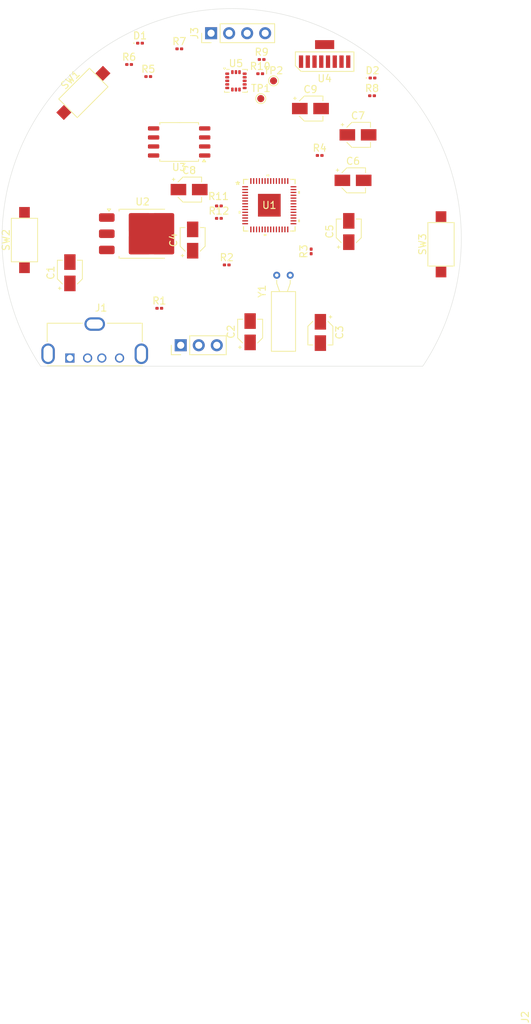
<source format=kicad_pcb>
(kicad_pcb (version 20240108) (generator "pcbnew") (generator_version "8.0")
  (layers (0 "F.Cu" signal) (31 "B.Cu" signal) (34 "B.Paste" user) (35 "F.Paste" user) (36 "B.SilkS" user "B.Silkscreen") (37 "F.SilkS" user "F.Silkscreen") (38 "B.Mask" user) (39 "F.Mask" user) (44 "Edge.Cuts" user))
  (net 0 "")
  (net 1 "+5V")
  (net 2 "GND")
  (net 3 "+3.3V")
  (net 4 "X0")
  (net 5 "X1")
  (net 6 "+1V1")
  (net 7 "Net-(U1-ADC_AVDD)")
  (net 8 "Net-(D1-A)")
  (net 9 "Net-(J1-D-)")
  (net 10 "Net-(J1-D+)")
  (net 12 "SWDIO")
  (net 13 "SWCLK")
  (net 14 "USB_DP")
  (net 15 "USB_DM")
  (net 16 "Net-(U1-RUN)")
  (net 17 "MCS")
  (net 18 "Net-(R6-Pad1)")
  (net 19 "LED0")
  (net 20 "Net-(D2-A)")
  (net 21 "SDA")
  (net 24 "IO2")
  (net 26 "SCL")
  (net 28 "LED1")
  (net 31 "Button1")
  (net 33 "IO3")
  (net 36 "Button2")
  (net 39 "Net-(U5-INT1)")
  (net 41 "IO0")
  (net 44 "MCLK")
  (net 47 "IO1")
  (net 51 "Net-(U5-INT2)")
  (net 55 "IRDA_SD")
  (net 56 "IRDA_RX")
  (net 57 "IRDA_TX")
  (footprint "Capacitor_SMD:CP_Elec_3x5.3" (layer "F.Cu") (at 119.4 87)
    (property "Reference" "C7" (at 0 -2.7 0) (layer "F.SilkS"))
    (property "Value" "10mF")
    (fp_line (start -2.375 -1.435) (end -2 -1.435) (stroke (width 0.12)) (layer "F.SilkS"))
    (fp_line (start -2.1875 -1.6225) (end -2.1875 -1.2475) (stroke (width 0.12)) (layer "F.SilkS"))
    (fp_line (start -1.570563 -1.06) (end -0.870563 -1.76) (stroke (width 0.12)) (layer "F.SilkS"))
    (fp_line (start -1.570563 1.06) (end -0.870563 1.76) (stroke (width 0.12)) (layer "F.SilkS"))
    (fp_line (start -0.870563 -1.76) (end 1.76 -1.76) (stroke (width 0.12)) (layer "F.SilkS"))
    (fp_line (start -0.870563 1.76) (end 1.76 1.76) (stroke (width 0.12)) (layer "F.SilkS"))
    (fp_line (start 1.76 -1.76) (end 1.76 -1.06) (stroke (width 0.12)) (layer "F.SilkS"))
    (fp_line (start 1.76 1.76) (end 1.76 1.06) (stroke (width 0.12)) (layer "F.SilkS"))
    (pad "1" smd rect (at -1.5 0) (size 2.2 1.6) (layers "F.Cu" "F.Paste" "F.Mask") (net 7 "Net-(U1-ADC_AVDD)"))
    (pad "2" smd rect (at 1.5 0) (size 2.2 1.6) (layers "F.Cu" "F.Paste" "F.Mask") (net 2 "GND"))
  )
  (footprint "Resistor_SMD:R_0201_0603Metric" (layer "F.Cu") (at 94.22 74.9)
    (property "Reference" "R7" (at 0 -1.05 0) (layer "F.SilkS"))
    (property "Value" "1K")
    (pad "1" smd roundrect (at -0.32 0) (size 0.46 0.4) (layers "F.Cu" "F.Mask") (net 8 "Net-(D1-A)"))
    (pad "2" smd roundrect (at 0.32 0) (size 0.46 0.4) (layers "F.Cu" "F.Mask") (net 19 "LED0"))
  )
  (footprint "Resistor_SMD:R_0201_0603Metric" (layer "F.Cu") (at 87.145 77.1)
    (property "Reference" "R6" (at 0 -1.05 0) (layer "F.SilkS"))
    (property "Value" "1K")
    (pad "1" smd roundrect (at -0.32 0) (size 0.46 0.4) (layers "F.Cu" "F.Mask") (net 18 "Net-(R6-Pad1)"))
    (pad "2" smd roundrect (at 0.32 0) (size 0.46 0.4) (layers "F.Cu" "F.Mask") (net 17 "MCS"))
  )
  (footprint "Crystal:Crystal_C38-LF_D3.0mm_L8.0mm_Horizontal" (layer "F.Cu") (at 107.95 106.75)
    (property "Reference" "Y1" (at -2.07 2.25 90) (layer "F.SilkS"))
    (property "Value" "12Mhz")
    (fp_line (start -0.75 2.3) (end -0.75 10.7) (stroke (width 0.12)) (layer "F.SilkS"))
    (fp_line (start -0.75 10.7) (end 2.65 10.7) (stroke (width 0.12)) (layer "F.SilkS"))
    (fp_line (start 0 1.15) (end 0 0.7) (stroke (width 0.12)) (layer "F.SilkS"))
    (fp_line (start 0.405 2.3) (end 0 1.15) (stroke (width 0.12)) (layer "F.SilkS"))
    (fp_line (start 1.495 2.3) (end 1.9 1.15) (stroke (width 0.12)) (layer "F.SilkS"))
    (fp_line (start 1.9 1.15) (end 1.9 0.7) (stroke (width 0.12)) (layer "F.SilkS"))
    (fp_line (start 2.65 2.3) (end -0.75 2.3) (stroke (width 0.12)) (layer "F.SilkS"))
    (fp_line (start 2.65 10.7) (end 2.65 2.3) (stroke (width 0.12)) (layer "F.SilkS"))
    (pad "1" thru_hole circle (at 0 0) (size 1 1) (drill 0.5) (layers "*.Cu" "*.Mask") (net 4 "X0"))
    (pad "2" thru_hole circle (at 1.9 0) (size 1 1) (drill 0.5) (layers "*.Cu" "*.Mask"))
  )
  (footprint "Capacitor_SMD:CP_Elec_3x5.3" (layer "F.Cu") (at 78.8 106.4 90)
    (property "Reference" "C1" (at 0 -2.7 270) (layer "F.SilkS"))
    (property "Value" "100nF")
    (fp_line (start 1.76 -1.76) (end 1.76 -1.06) (stroke (width 0.12)) (layer "F.SilkS"))
    (fp_line (start -0.870563 -1.76) (end 1.76 -1.76) (stroke (width 0.12)) (layer "F.SilkS"))
    (fp_line (start -2.1875 -1.6225) (end -2.1875 -1.2475) (stroke (width 0.12)) (layer "F.SilkS"))
    (fp_line (start -2.375 -1.435) (end -2 -1.435) (stroke (width 0.12)) (layer "F.SilkS"))
    (fp_line (start -1.570563 -1.06) (end -0.870563 -1.76) (stroke (width 0.12)) (layer "F.SilkS"))
    (fp_line (start -1.570563 1.06) (end -0.870563 1.76) (stroke (width 0.12)) (layer "F.SilkS"))
    (fp_line (start 1.76 1.76) (end 1.76 1.06) (stroke (width 0.12)) (layer "F.SilkS"))
    (fp_line (start -0.870563 1.76) (end 1.76 1.76) (stroke (width 0.12)) (layer "F.SilkS"))
    (pad "1" smd rect (at -1.5 0 90) (size 2.2 1.6) (layers "F.Cu" "F.Paste" "F.Mask") (net 1 "+5V"))
    (pad "2" smd rect (at 1.5 0 90) (size 2.2 1.6) (layers "F.Cu" "F.Paste" "F.Mask") (net 2 "GND"))
  )
  (footprint "Capacitor_SMD:CP_Elec_3x5.3" (layer "F.Cu") (at 114.1 114.8 -90)
    (property "Reference" "C3" (at 0 -2.7 90) (layer "F.SilkS"))
    (property "Value" "15pF")
    (fp_line (start -0.870563 1.76) (end 1.76 1.76) (stroke (width 0.12)) (layer "F.SilkS"))
    (fp_line (start 1.76 1.76) (end 1.76 1.06) (stroke (width 0.12)) (layer "F.SilkS"))
    (fp_line (start -1.570563 1.06) (end -0.870563 1.76) (stroke (width 0.12)) (layer "F.SilkS"))
    (fp_line (start -1.570563 -1.06) (end -0.870563 -1.76) (stroke (width 0.12)) (layer "F.SilkS"))
    (fp_line (start -2.375 -1.435) (end -2 -1.435) (stroke (width 0.12)) (layer "F.SilkS"))
    (fp_line (start -2.1875 -1.6225) (end -2.1875 -1.2475) (stroke (width 0.12)) (layer "F.SilkS"))
    (fp_line (start -0.870563 -1.76) (end 1.76 -1.76) (stroke (width 0.12)) (layer "F.SilkS"))
    (fp_line (start 1.76 -1.76) (end 1.76 -1.06) (stroke (width 0.12)) (layer "F.SilkS"))
    (pad "1" smd rect (at -1.5 0 270) (size 2.2 1.6) (layers "F.Cu" "F.Paste" "F.Mask") (net 4 "X0"))
    (pad "2" smd rect (at 1.5 0 270) (size 2.2 1.6) (layers "F.Cu" "F.Paste" "F.Mask") (net 2 "GND"))
  )
  (footprint "Resistor_SMD:R_0201_0603Metric" (layer "F.Cu") (at 121.38 81.5)
    (property "Reference" "R8" (at 0 -1.05 0) (layer "F.SilkS"))
    (property "Value" "1K")
    (pad "1" smd roundrect (at -0.32 0) (size 0.46 0.4) (layers "F.Cu" "F.Mask") (net 20 "Net-(D2-A)"))
    (pad "2" smd roundrect (at 0.32 0) (size 0.46 0.4) (layers "F.Cu" "F.Mask") (net 28 "LED1"))
  )
  (footprint "Connector_USB:USB_A_Molex_105057_Vertical" (layer "F.Cu") (at 78.8 118.4)
    (property "Reference" "J1" (at 4.4 -7.05 0) (layer "F.SilkS"))
    (property "Value" "USB_B_Micro")
    (fp_line (start -3.2 -4.9) (end -3.2 -2.3) (stroke (width 0.12)) (layer "F.SilkS"))
    (fp_line (start -3.2 -4.9) (end 1.75 -4.9) (stroke (width 0.12)) (layer "F.SilkS"))
    (fp_line (start 10.2 -4.9) (end 5.25 -4.9) (stroke (width 0.12)) (layer "F.SilkS"))
    (fp_line (start 10.2 -4.9) (end 10.2 -2.3) (stroke (width 0.12)) (layer "F.SilkS"))
    (fp_line (start 10.2 1.1) (end -3.2 1.1) (stroke (width 0.12)) (layer "F.SilkS"))
    (pad "1" thru_hole rect (at 0 0) (size 1.3 1.3) (drill 0.9) (layers "*.Cu" "*.Mask") (net 1 "+5V"))
    (pad "2" thru_hole circle (at 2.5 0) (size 1.3 1.3) (drill 0.9) (layers "*.Cu" "*.Mask") (net 9 "Net-(J1-D-)"))
    (pad "3" thru_hole circle (at 4.5 0) (size 1.3 1.3) (drill 0.9) (layers "*.Cu" "*.Mask") (net 10 "Net-(J1-D+)"))
    (pad "4" thru_hole circle (at 7 0) (size 1.3 1.3) (drill 0.9) (layers "*.Cu" "*.Mask"))
    (pad "5" thru_hole oval (at -3.07 -0.6 180) (size 1.9 2.9) (drill oval 1.3 2.3) (layers "*.Cu" "*.Mask") (net 2 "GND"))
    (pad "5" thru_hole oval (at 3.5 -4.78 90) (size 1.9 2.9) (drill oval 1.3 2.3) (layers "*.Cu" "*.Mask") (net 2 "GND"))
    (pad "5" thru_hole oval (at 10.07 -0.6) (size 1.9 2.9) (drill oval 1.3 2.3) (layers "*.Cu" "*.Mask") (net 2 "GND"))
  )
  (footprint "Resistor_SMD:R_0201_0603Metric" (layer "F.Cu") (at 91.4 111.4)
    (property "Reference" "R1" (at 0 -1.05 0) (layer "F.SilkS"))
    (property "Value" "27")
    (pad "1" smd roundrect (at -0.32 0) (size 0.46 0.4) (layers "F.Cu" "F.Mask") (net 10 "Net-(J1-D+)"))
    (pad "2" smd roundrect (at 0.32 0) (size 0.46 0.4) (layers "F.Cu" "F.Mask") (net 14 "USB_DP"))
  )
  (footprint "Capacitor_SMD:CP_Elec_3x5.3" (layer "F.Cu") (at 112.7 83.3)
    (property "Reference" "C9" (at 0 -2.7 0) (layer "F.SilkS"))
    (property "Value" "10mF")
    (fp_line (start -2.375 -1.435) (end -2 -1.435) (stroke (width 0.12)) (layer "F.SilkS"))
    (fp_line (start -2.1875 -1.6225) (end -2.1875 -1.2475) (stroke (width 0.12)) (layer "F.SilkS"))
    (fp_line (start -1.570563 -1.06) (end -0.870563 -1.76) (stroke (width 0.12)) (layer "F.SilkS"))
    (fp_line (start -1.570563 1.06) (end -0.870563 1.76) (stroke (width 0.12)) (layer "F.SilkS"))
    (fp_line (start -0.870563 -1.76) (end 1.76 -1.76) (stroke (width 0.12)) (layer "F.SilkS"))
    (fp_line (start -0.870563 1.76) (end 1.76 1.76) (stroke (width 0.12)) (layer "F.SilkS"))
    (fp_line (start 1.76 -1.76) (end 1.76 -1.06) (stroke (width 0.12)) (layer "F.SilkS"))
    (fp_line (start 1.76 1.76) (end 1.76 1.06) (stroke (width 0.12)) (layer "F.SilkS"))
    (pad "1" smd rect (at -1.5 0) (size 2.2 1.6) (layers "F.Cu" "F.Paste" "F.Mask") (net 3 "+3.3V"))
    (pad "2" smd rect (at 1.5 0) (size 2.2 1.6) (layers "F.Cu" "F.Paste" "F.Mask") (net 2 "GND"))
  )
  (footprint "HSDL_3201:HSDL_3201" (layer "F.Cu") (at 114.7 75.9)
    (property "Reference" "U4" (at 0 3.175 0) (layer "F.SilkS"))
    (property "Value" "~")
    (fp_line (start -4.125 -0.575) (end 4.125 -0.575) (stroke (width 0.12)) (layer "F.SilkS"))
    (fp_line (start -4.125 1.375) (end -4.125 -0.575) (stroke (width 0.12)) (layer "F.SilkS"))
    (fp_line (start -3.325 2.175) (end -4.125 1.375) (stroke (width 0.12)) (layer "F.SilkS"))
    (fp_line (start 4.125 -0.575) (end 4.125 2.175) (stroke (width 0.12)) (layer "F.SilkS"))
    (fp_line (start 4.125 2.175) (end -3.325 2.175) (stroke (width 0.12)) (layer "F.SilkS"))
    (pad "1" smd rect (at -3.325 0.8) (size 0.6 1.75) (layers "F.Cu" "F.Paste" "F.Mask") (net 2 "GND"))
    (pad "2" smd rect (at -2.375 0.8) (size 0.6 1.75) (layers "F.Cu" "F.Paste" "F.Mask"))
    (pad "3" smd rect (at -1.425 0.8) (size 0.6 1.75) (layers "F.Cu" "F.Paste" "F.Mask") (net 3 "+3.3V"))
    (pad "4" smd rect (at -0.475 0.8) (size 0.6 1.75) (layers "F.Cu" "F.Paste" "F.Mask") (net 2 "GND"))
    (pad "5" smd rect (at 0.475 0.8) (size 0.6 1.75) (layers "F.Cu" "F.Paste" "F.Mask") (net 55 "IRDA_SD"))
    (pad "6" smd rect (at 1.425 0.8) (size 0.6 1.75) (layers "F.Cu" "F.Paste" "F.Mask") (net 56 "IRDA_RX"))
    (pad "7" smd rect (at 2.375 0.8) (size 0.6 1.75) (layers "F.Cu" "F.Paste" "F.Mask") (net 57 "IRDA_TX"))
    (pad "8" smd rect (at 3.325 0.8) (size 0.6 1.75) (layers "F.Cu" "F.Paste" "F.Mask") (net 3 "+3.3V"))
    (pad "9" smd rect (at 0 -1.6) (size 2.7 1.25) (layers "F.Cu" "F.Paste" "F.Mask") (net 2 "GND"))
  )
  (footprint "Package_SO:SOIC-8_5.23x5.23mm_P1.27mm" (layer "F.Cu") (at 94.2 88 180)
    (property "Reference" "U3" (at 0 -3.56 180) (layer "F.SilkS"))
    (property "Value" "W25Q32JVSS")
    (fp_line (start 2.725 2.725) (end 2.725 2.465) (stroke (width 0.12)) (layer "F.SilkS"))
    (fp_line (start 2.725 -2.725) (end 2.725 -2.465) (stroke (width 0.12)) (layer "F.SilkS"))
    (fp_line (start 0 2.725) (end 2.725 2.725) (stroke (width 0.12)) (layer "F.SilkS"))
    (fp_line (start 0 2.725) (end -2.725 2.725) (stroke (width 0.12)) (layer "F.SilkS"))
    (fp_line (start 0 -2.725) (end 2.725 -2.725) (stroke (width 0.12)) (layer "F.SilkS"))
    (fp_line (start 0 -2.725) (end -2.725 -2.725) (stroke (width 0.12)) (layer "F.SilkS"))
    (fp_line (start -2.725 2.725) (end -2.725 2.465) (stroke (width 0.12)) (layer "F.SilkS"))
    (fp_line (start -2.725 -2.725) (end -2.725 -2.465) (stroke (width 0.12)) (layer "F.SilkS"))
    (fp_poly (pts (xy -3.5075 -2.465) (xy -3.7475 -2.795) (xy -3.2675 -2.795) (xy -3.5075 -2.465)) (stroke (width 0.12)) (fill solid) (layer "F.SilkS"))
    (pad "1" smd roundrect (at -3.6 -1.905 180) (size 1.6 0.6) (layers "F.Cu" "F.Paste" "F.Mask") (net 17 "MCS"))
    (pad "2" smd roundrect (at -3.6 -0.635 180) (size 1.6 0.6) (layers "F.Cu" "F.Paste" "F.Mask") (net 47 "IO1"))
    (pad "3" smd roundrect (at -3.6 0.635 180) (size 1.6 0.6) (layers "F.Cu" "F.Paste" "F.Mask") (net 24 "IO2"))
    (pad "4" smd roundrect (at -3.6 1.905 180) (size 1.6 0.6) (layers "F.Cu" "F.Paste" "F.Mask") (net 2 "GND"))
    (pad "5" smd roundrect (at 3.6 1.905 180) (size 1.6 0.6) (layers "F.Cu" "F.Paste" "F.Mask") (net 41 "IO0"))
    (pad "6" smd roundrect (at 3.6 0.635 180) (size 1.6 0.6) (layers "F.Cu" "F.Paste" "F.Mask") (net 44 "MCLK"))
    (pad "7" smd roundrect (at 3.6 -0.635 180) (size 1.6 0.6) (layers "F.Cu" "F.Paste" "F.Mask") (net 33 "IO3"))
    (pad "8" smd roundrect (at 3.6 -1.905 180) (size 1.6 0.6) (layers "F.Cu" "F.Paste" "F.Mask") (net 3 "+3.3V"))
  )
  (footprint "Resistor_SMD:R_0201_0603Metric" (layer "F.Cu") (at 99.8 97)
    (property "Reference" "R11" (at -0.055 -1.35 0) (layer "F.SilkS"))
    (property "Value" "4.7k")
    (pad "1" smd roundrect (at -0.32 0) (size 0.46 0.4) (layers "F.Cu" "F.Mask") (net 31 "Button1"))
    (pad "2" smd roundrect (at 0.32 0) (size 0.46 0.4) (layers "F.Cu" "F.Mask") (net 3 "+3.3V"))
  )
  (footprint "Resistor_SMD:R_0201_0603Metric" (layer "F.Cu") (at 99.8 98.75)
    (property "Reference" "R12" (at 0 -1.05 0) (layer "F.SilkS"))
    (property "Value" "4.7k")
    (pad "1" smd roundrect (at -0.32 0) (size 0.46 0.4) (layers "F.Cu" "F.Mask") (net 36 "Button2"))
    (pad "2" smd roundrect (at 0.32 0) (size 0.46 0.4) (layers "F.Cu" "F.Mask") (net 3 "+3.3V"))
  )
  (footprint "Button_Switch_SMD:SW_SPST_CK_RS282G05A3" (layer "F.Cu") (at 80.7 81.1 45)
    (property "Reference" "SW1" (at 0 -2.600001 45) (layer "F.SilkS"))
    (property "Value" "SW_Push")
    (fp_line (start -3.06 -1.85) (end 3.06 -1.85) (stroke (width 0.12)) (layer "F.SilkS"))
    (fp_line (start -3.06 1.85) (end -3.06 -1.85) (stroke (width 0.12)) (layer "F.SilkS"))
    (fp_line (start 3.06 -1.85) (end 3.06 1.85) (stroke (width 0.12)) (layer "F.SilkS"))
    (fp_line (start 3.06 1.85) (end -3.06 1.85) (stroke (width 0.12)) (layer "F.SilkS"))
    (pad "1" smd rect (at -3.899999 0 45) (size 1.5 1.5) (layers "F.Cu" "F.Paste" "F.Mask") (net 2 "GND"))
    (pad "2" smd rect (at 3.899999 0 45) (size 1.5 1.5) (layers "F.Cu" "F.Paste" "F.Mask") (net 18 "Net-(R6-Pad1)"))
  )
  (footprint "TestPoint:TestPoint_Pad_D1.0mm" (layer "F.Cu") (at 107.5 79.4)
    (property "Reference" "TP2" (at 0 -1.448 0) (layer "F.SilkS"))
    (property "Value" "TestPoint")
    (fp_circle (center 0 0) (end 0 0.7) (stroke (width 0.12)) (fill none) (layer "F.SilkS"))
    (pad "1" smd circle (at 0 0) (size 1 1) (layers "F.Cu" "F.Mask") (net 51 "Net-(U5-INT2)"))
  )
  (footprint "Button_Switch_SMD:SW_SPST_CK_RS282G05A3" (layer "F.Cu") (at 131.1 102.4 90)
    (property "Reference" "SW3" (at 0 -2.6 270) (layer "F.SilkS"))
    (property "Value" "SW_Push")
    (fp_line (start 3.06 -1.85) (end 3.06 1.85) (stroke (width 0.12)) (layer "F.SilkS"))
    (fp_line (start -3.06 -1.85) (end 3.06 -1.85) (stroke (width 0.12)) (layer "F.SilkS"))
    (fp_line (start 3.06 1.85) (end -3.06 1.85) (stroke (width 0.12)) (layer "F.SilkS"))
    (fp_line (start -3.06 1.85) (end -3.06 -1.85) (stroke (width 0.12)) (layer "F.SilkS"))
    (pad "1" smd rect (at -3.9 0 90) (size 1.5 1.5) (layers "F.Cu" "F.Paste" "F.Mask") (net 36 "Button2"))
    (pad "2" smd rect (at 3.9 0 90) (size 1.5 1.5) (layers "F.Cu" "F.Paste" "F.Mask") (net 2 "GND"))
  )
  (footprint "LED_SMD:LED_0201_0603Metric" (layer "F.Cu") (at 88.68 74.1)
    (property "Reference" "D1" (at 0 -1.05 0) (layer "F.SilkS"))
    (property "Value" "LED")
    (fp_circle (center -0.86 0) (end -0.81 0) (stroke (width 0.1)) (fill none) (layer "F.SilkS"))
    (pad "1" smd roundrect (at -0.32 0) (size 0.46 0.4) (layers "F.Cu" "F.Mask") (net 2 "GND"))
    (pad "2" smd roundrect (at 0.32 0) (size 0.46 0.4) (layers "F.Cu" "F.Mask") (net 8 "Net-(D1-A)"))
  )
  (footprint "LED_SMD:LED_0201_0603Metric" (layer "F.Cu") (at 121.445 79)
    (property "Reference" "D2" (at 0 -1.05 0) (layer "F.SilkS"))
    (property "Value" "LED")
    (fp_circle (center -0.86 0) (end -0.81 0) (stroke (width 0.1)) (fill none) (layer "F.SilkS"))
    (pad "1" smd roundrect (at -0.32 0) (size 0.46 0.4) (layers "F.Cu" "F.Mask") (net 2 "GND"))
    (pad "2" smd roundrect (at 0.32 0) (size 0.46 0.4) (layers "F.Cu" "F.Mask") (net 20 "Net-(D2-A)"))
  )
  (footprint "Resistor_SMD:R_0201_0603Metric" (layer "F.Cu") (at 89.845 78.8)
    (property "Reference" "R5" (at 0 -1.05 0) (layer "F.SilkS"))
    (property "Value" "10K")
    (pad "1" smd roundrect (at -0.32 0) (size 0.46 0.4) (layers "F.Cu" "F.Mask") (net 17 "MCS"))
    (pad "2" smd roundrect (at 0.32 0) (size 0.46 0.4) (layers "F.Cu" "F.Mask") (net 3 "+3.3V"))
  )
  (footprint "Package_LGA:LGA-16_3x3mm_P0.5mm_LayoutBorder3x5y" (layer "F.Cu") (at 102.2 79.4)
    (property "Reference" "U5" (at 0 -2.45 0) (layer "F.SilkS"))
    (property "Value" "LIS3DH")
    (fp_line (start -1.61 1.61) (end -1.61 1.435) (stroke (width 0.12)) (layer "F.SilkS"))
    (fp_line (start -0.935 -1.61) (end -1.31 -1.61) (stroke (width 0.12)) (layer "F.SilkS"))
    (fp_line (start -0.935 1.61) (end -1.61 1.61) (stroke (width 0.12)) (layer "F.SilkS"))
    (fp_line (start 0.935 -1.61) (end 1.61 -1.61) (stroke (width 0.12)) (layer "F.SilkS"))
    (fp_line (start 0.935 1.61) (end 1.61 1.61) (stroke (width 0.12)) (layer "F.SilkS"))
    (fp_line (start 1.61 -1.61) (end 1.61 -1.435) (stroke (width 0.12)) (layer "F.SilkS"))
    (fp_line (start 1.61 1.61) (end 1.61 1.435) (stroke (width 0.12)) (layer "F.SilkS"))
    (fp_poly (pts (xy -1.61 -1.61) (xy -1.75 -1.8) (xy -1.47 -1.8) (xy -1.61 -1.61)) (stroke (width 0.12)) (fill solid) (layer "F.SilkS"))
    (pad "1" smd roundrect (at -1.225 -1) (size 0.55 0.35) (layers "F.Cu" "F.Paste" "F.Mask") (net 3 "+3.3V"))
    (pad "2" smd roundrect (at -1.225 -0.5) (size 0.55 0.35) (layers "F.Cu" "F.Paste" "F.Mask"))
    (pad "3" smd roundrect (at -1.225 0) (size 0.55 0.35) (layers "F.Cu" "F.Paste" "F.Mask"))
    (pad "4" smd roundrect (at -1.225 0.5) (size 0.55 0.35) (layers "F.Cu" "F.Paste" "F.Mask") (net 26 "SCL"))
    (pad "5" smd roundrect (at -1.225 1) (size 0.55 0.35) (layers "F.Cu" "F.Paste" "F.Mask") (net 2 "GND"))
    (pad "6" smd roundrect (at -0.5 1.225) (size 0.35 0.55) (layers "F.Cu" "F.Paste" "F.Mask") (net 21 "SDA"))
    (pad "7" smd roundrect (at 0 1.225) (size 0.35 0.55) (layers "F.Cu" "F.Paste" "F.Mask"))
    (pad "8" smd roundrect (at 0.5 1.225) (size 0.35 0.55) (layers "F.Cu" "F.Paste" "F.Mask") (net 3 "+3.3V"))
    (pad "9" smd roundrect (at 1.225 1) (size 0.55 0.35) (layers "F.Cu" "F.Paste" "F.Mask") (net 51 "Net-(U5-INT2)"))
    (pad "10" smd roundrect (at 1.225 0.5) (size 0.55 0.35) (layers "F.Cu" "F.Paste" "F.Mask") (net 2 "GND"))
    (pad "11" smd roundrect (at 1.225 0) (size 0.55 0.35) (layers "F.Cu" "F.Paste" "F.Mask") (net 39 "Net-(U5-INT1)"))
    (pad "12" smd roundrect (at 1.225 -0.5) (size 0.55 0.35) (layers "F.Cu" "F.Paste" "F.Mask") (net 2 "GND"))
    (pad "13" smd roundrect (at 1.225 -1) (size 0.55 0.35) (layers "F.Cu" "F.Paste" "F.Mask"))
    (pad "14" smd roundrect (at 0.5 -1.225) (size 0.35 0.55) (layers "F.Cu" "F.Paste" "F.Mask") (net 3 "+3.3V"))
    (pad "15" smd roundrect (at 0 -1.225) (size 0.35 0.55) (layers "F.Cu" "F.Paste" "F.Mask"))
    (pad "16" smd roundrect (at -0.5 -1.225) (size 0.35 0.55) (layers "F.Cu" "F.Paste" "F.Mask"))
  )
  (footprint "Connector_PinHeader_2.54mm:PinHeader_1x04_P2.54mm_Vertical" (layer "F.Cu") (at 98.7 72.7 90)
    (property "Reference" "J3" (at 0 -2.33 270) (layer "F.SilkS"))
    (property "Value" "Conn_01x04")
    (fp_line (start -1.33 -1.33) (end 0 -1.33) (stroke (width 0.12)) (layer "F.SilkS"))
    (fp_line (start -1.33 0) (end -1.33 -1.33) (stroke (width 0.12)) (layer "F.SilkS"))
    (fp_line (start 1.33 1.27) (end 1.33 8.95) (stroke (width 0.12)) (layer "F.SilkS"))
    (fp_line (start -1.33 1.27) (end 1.33 1.27) (stroke (width 0.12)) (layer "F.SilkS"))
    (fp_line (start -1.33 1.27) (end -1.33 8.95) (stroke (width 0.12)) (layer "F.SilkS"))
    (fp_line (start -1.33 8.95) (end 1.33 8.95) (stroke (width 0.12)) (layer "F.SilkS"))
    (pad "1" thru_hole rect (at 0 0 90) (size 1.7 1.7) (drill 1) (layers "*.Cu" "*.Mask") (net 2 "GND"))
    (pad "2" thru_hole oval (at 0 2.54 90) (size 1.7 1.7) (drill 1) (layers "*.Cu" "*.Mask") (net 3 "+3.3V"))
    (pad "3" thru_hole oval (at 0 5.08 90) (size 1.7 1.7) (drill 1) (layers "*.Cu" "*.Mask") (net 26 "SCL"))
    (pad "4" thru_hole oval (at 0 7.62 90) (size 1.7 1.7) (drill 1) (layers "*.Cu" "*.Mask") (net 21 "SDA"))
  )
  (footprint "Button_Switch_SMD:SW_SPST_CK_RS282G05A3" (layer "F.Cu") (at 72.4 101.8 90)
    (property "Reference" "SW2" (at 0 -2.6 270) (layer "F.SilkS"))
    (property "Value" "SW_Push")
    (fp_line (start 3.06 -1.85) (end 3.06 1.85) (stroke (width 0.12)) (layer "F.SilkS"))
    (fp_line (start -3.06 -1.85) (end 3.06 -1.85) (stroke (width 0.12)) (layer "F.SilkS"))
    (fp_line (start 3.06 1.85) (end -3.06 1.85) (stroke (width 0.12)) (layer "F.SilkS"))
    (fp_line (start -3.06 1.85) (end -3.06 -1.85) (stroke (width 0.12)) (layer "F.SilkS"))
    (pad "1" smd rect (at -3.9 0 90) (size 1.5 1.5) (layers "F.Cu" "F.Paste" "F.Mask") (net 31 "Button1"))
    (pad "2" smd rect (at 3.9 0 90) (size 1.5 1.5) (layers "F.Cu" "F.Paste" "F.Mask") (net 2 "GND"))
  )
  (footprint "Resistor_SMD:R_0201_0603Metric" (layer "F.Cu") (at 105.62 78.4)
    (property "Reference" "R10" (at 0 -1.05 0) (layer "F.SilkS"))
    (property "Value" "4.7k")
    (pad "1" smd roundrect (at -0.32 0) (size 0.46 0.4) (layers "F.Cu" "F.Mask") (net 26 "SCL"))
    (pad "2" smd roundrect (at 0.32 0) (size 0.46 0.4) (layers "F.Cu" "F.Mask") (net 3 "+3.3V"))
  )
  (footprint "Resistor_SMD:R_0201_0603Metric" (layer "F.Cu") (at 100.9 105.3)
    (property "Reference" "R2" (at 0 -1.05 0) (layer "F.SilkS"))
    (property "Value" "27")
    (pad "1" smd roundrect (at -0.32 0) (size 0.46 0.4) (layers "F.Cu" "F.Mask") (net 9 "Net-(J1-D-)"))
    (pad "2" smd roundrect (at 0.32 0) (size 0.46 0.4) (layers "F.Cu" "F.Mask") (net 15 "USB_DM"))
  )
  (footprint "Capacitor_SMD:CP_Elec_3x5.3" (layer "F.Cu") (at 118.7 93.4)
    (property "Reference" "C6" (at 0 -2.7 0) (layer "F.SilkS"))
    (property "Value" "10mF")
    (fp_line (start -2.375 -1.435) (end -2 -1.435) (stroke (width 0.12)) (layer "F.SilkS"))
    (fp_line (start -2.1875 -1.6225) (end -2.1875 -1.2475) (stroke (width 0.12)) (layer "F.SilkS"))
    (fp_line (start -1.570563 -1.06) (end -0.870563 -1.76) (stroke (width 0.12)) (layer "F.SilkS"))
    (fp_line (start -1.570563 1.06) (end -0.870563 1.76) (stroke (width 0.12)) (layer "F.SilkS"))
    (fp_line (start -0.870563 -1.76) (end 1.76 -1.76) (stroke (width 0.12)) (layer "F.SilkS"))
    (fp_line (start -0.870563 1.76) (end 1.76 1.76) (stroke (width 0.12)) (layer "F.SilkS"))
    (fp_line (start 1.76 -1.76) (end 1.76 -1.06) (stroke (width 0.12)) (layer "F.SilkS"))
    (fp_line (start 1.76 1.76) (end 1.76 1.06) (stroke (width 0.12)) (layer "F.SilkS"))
    (pad "1" smd rect (at -1.5 0) (size 2.2 1.6) (layers "F.Cu" "F.Paste" "F.Mask") (net 3 "+3.3V"))
    (pad "2" smd rect (at 1.5 0) (size 2.2 1.6) (layers "F.Cu" "F.Paste" "F.Mask") (net 2 "GND"))
  )
  (footprint "Package_TO_SOT_SMD:TO-252-3_TabPin2" (layer "F.Cu") (at 89.04 100.9125)
    (property "Reference" "U2" (at 0 -4.5 0) (layer "F.SilkS"))
    (property "Value" "AMS1117CD-3.3")
    (fp_line (start -3.31 -3.45) (end -3.31 -3.18) (stroke (width 0.12)) (layer "F.SilkS"))
    (fp_line (start -3.31 3.45) (end -3.31 3.18) (stroke (width 0.12)) (layer "F.SilkS"))
    (fp_line (start 3.11 -3.45) (end -3.31 -3.45) (stroke (width 0.12)) (layer "F.SilkS"))
    (fp_line (start 3.11 3.45) (end -3.31 3.45) (stroke (width 0.12)) (layer "F.SilkS"))
    (fp_poly (pts (xy -4.725 -3.16) (xy -4.965 -3.49) (xy -4.485 -3.49) (xy -4.725 -3.16)) (stroke (width 0.12)) (fill solid) (layer "F.SilkS"))
    (pad "1" smd roundrect (at -5.04 -2.28) (size 2.2 1.2) (layers "F.Cu" "F.Paste" "F.Mask") (roundrect_rratio 0.208333) (net 2 "GND"))
    (pad "2" smd roundrect (at -5.04 0) (size 2.2 1.2) (layers "F.Cu" "F.Paste" "F.Mask") (roundrect_rratio 0.208333) (net 3 "+3.3V"))
    (pad "2" smd roundrect (at -0.415 -1.525) (size 3.05 2.75) (layers "F.Cu" "F.Paste") (roundrect_rratio 0.090909) (net 3 "+3.3V"))
    (pad "2" smd roundrect (at -0.415 1.525) (size 3.05 2.75) (layers "F.Cu" "F.Paste") (roundrect_rratio 0.090909) (net 3 "+3.3V"))
    (pad "2" smd roundrect (at 1.26 0) (size 6.4 5.8) (layers "F.Cu" "F.Mask") (roundrect_rratio 0.043103) (net 3 "+3.3V"))
    (pad "2" smd roundrect (at 2.935 -1.525) (size 3.05 2.75) (layers "F.Cu" "F.Paste") (roundrect_rratio 0.090909) (net 3 "+3.3V"))
    (pad "2" smd roundrect (at 2.935 1.525) (size 3.05 2.75) (layers "F.Cu" "F.Paste") (roundrect_rratio 0.090909) (net 3 "+3.3V"))
    (pad "3" smd roundrect (at -5.04 2.28) (size 2.2 1.2) (layers "F.Cu" "F.Paste" "F.Mask") (roundrect_rratio 0.208333) (net 1 "+5V"))
  )
  (footprint "Capacitor_SMD:CP_Elec_3x5.3" (layer "F.Cu") (at 96.1 101.8 90)
    (property "Reference" "C4" (at 0 -2.7 270) (layer "F.SilkS"))
    (property "Value" "15pF")
    (fp_line (start 1.76 -1.76) (end 1.76 -1.06) (stroke (width 0.12)) (layer "F.SilkS"))
    (fp_line (start -0.870563 -1.76) (end 1.76 -1.76) (stroke (width 0.12)) (layer "F.SilkS"))
    (fp_line (start -2.1875 -1.6225) (end -2.1875 -1.2475) (stroke (width 0.12)) (layer "F.SilkS"))
    (fp_line (start -2.375 -1.435) (end -2 -1.435) (stroke (width 0.12)) (layer "F.SilkS"))
    (fp_line (start -1.570563 -1.06) (end -0.870563 -1.76) (stroke (width 0.12)) (layer "F.SilkS"))
    (fp_line (start -1.570563 1.06) (end -0.870563 1.76) (stroke (width 0.12)) (layer "F.SilkS"))
    (fp_line (start 1.76 1.76) (end 1.76 1.06) (stroke (width 0.12)) (layer "F.SilkS"))
    (fp_line (start -0.870563 1.76) (end 1.76 1.76) (stroke (width 0.12)) (layer "F.SilkS"))
    (pad "1" smd rect (at -1.5 0 90) (size 2.2 1.6) (layers "F.Cu" "F.Paste" "F.Mask") (net 5 "X1"))
    (pad "2" smd rect (at 1.5 0 90) (size 2.2 1.6) (layers "F.Cu" "F.Paste" "F.Mask") (net 2 "GND"))
  )
  (footprint "Capacitor_SMD:CP_Elec_3x5.3" (layer "F.Cu") (at 95.6 94.7)
    (property "Reference" "C8" (at 0 -2.7 0) (layer "F.SilkS"))
    (property "Value" "100nF")
    (fp_line (start -2.375 -1.435) (end -2 -1.435) (stroke (width 0.12)) (layer "F.SilkS"))
    (fp_line (start -2.1875 -1.6225) (end -2.1875 -1.2475) (stroke (width 0.12)) (layer "F.SilkS"))
    (fp_line (start -1.570563 -1.06) (end -0.870563 -1.76) (stroke (width 0.12)) (layer "F.SilkS"))
    (fp_line (start -1.570563 1.06) (end -0.870563 1.76) (stroke (width 0.12)) (layer "F.SilkS"))
    (fp_line (start -0.870563 -1.76) (end 1.76 -1.76) (stroke (width 0.12)) (layer "F.SilkS"))
    (fp_line (start -0.870563 1.76) (end 1.76 1.76) (stroke (width 0.12)) (layer "F.SilkS"))
    (fp_line (start 1.76 -1.76) (end 1.76 -1.06) (stroke (width 0.12)) (layer "F.SilkS"))
    (fp_line (start 1.76 1.76) (end 1.76 1.06) (stroke (width 0.12)) (layer "F.SilkS"))
    (pad "1" smd rect (at -1.5 0) (size 2.2 1.6) (layers "F.Cu" "F.Paste" "F.Mask") (net 3 "+3.3V"))
    (pad "2" smd rect (at 1.5 0) (size 2.2 1.6) (layers "F.Cu" "F.Paste" "F.Mask") (net 2 "GND"))
  )
  (footprint "RP2040:IC57_RP2040" (layer "F.Cu") (at 106.9036 96.9)
    (property "Reference" "U1" (at 0 0 0) (layer "F.SilkS"))
    (property "Value" "RP2040")
    (fp_line (start -3.6322 -3.6322) (end -3.6322 -3.02164) (stroke (width 0.1524)) (layer "F.SilkS"))
    (fp_line (start -3.6322 3.02164) (end -3.6322 3.6322) (stroke (width 0.1524)) (layer "F.SilkS"))
    (fp_line (start -3.6322 3.6322) (end -3.02164 3.6322) (stroke (width 0.1524)) (layer "F.SilkS"))
    (fp_line (start -3.02164 -3.6322) (end -3.6322 -3.6322) (stroke (width 0.1524)) (layer "F.SilkS"))
    (fp_line (start 3.02164 3.6322) (end 3.6322 3.6322) (stroke (width 0.1524)) (layer "F.SilkS"))
    (fp_line (start 3.6322 -3.6322) (end 3.02164 -3.6322) (stroke (width 0.1524)) (layer "F.SilkS"))
    (fp_line (start 3.6322 -3.02164) (end 3.6322 -3.6322) (stroke (width 0.1524)) (layer "F.SilkS"))
    (fp_line (start 3.6322 3.6322) (end 3.6322 3.02164) (stroke (width 0.1524)) (layer "F.SilkS"))
    (fp_poly (pts (xy -4.318 0.809501) (xy -4.318 1.190501) (xy -4.064 1.190501) (xy -4.064 0.809501)) (fill solid) (layer "F.SilkS"))
    (fp_poly (pts (xy -0.790499 4.064) (xy -0.790499 4.318) (xy -0.409499 4.318) (xy -0.409499 4.064)) (fill solid) (layer "F.SilkS"))
    (fp_poly (pts (xy -0.3905 -4.064) (xy -0.3905 -4.318) (xy -0.0095 -4.318) (xy -0.0095 -4.064)) (fill solid) (layer "F.SilkS"))
    (fp_poly (pts (xy 4.318 -1.990499) (xy 4.318 -1.609499) (xy 4.064 -1.609499) (xy 4.064 -1.990499)) (fill solid) (layer "F.SilkS"))
    (fp_poly (pts (xy 4.318 2.009501) (xy 4.318 2.390501) (xy 4.064 2.390501) (xy 4.064 2.009501)) (fill solid) (layer "F.SilkS"))
    (fp_text user "*" (at -4.445 -2.8 0) (layer "F.SilkS"))
    (fp_text user "*" (at -4.445 -2.8 0) (layer "F.SilkS"))
    (pad "1" smd rect (at -3.4036 -2.6 90) (size 0.1778 0.8128) (layers "F.Cu" "F.Paste" "F.Mask") (net 3 "+3.3V"))
    (pad "2" smd rect (at -3.4036 -2.200001 90) (size 0.1778 0.8128) (layers "F.Cu" "F.Paste" "F.Mask") (net 19 "LED0"))
    (pad "3" smd rect (at -3.4036 -1.799999 90) (size 0.1778 0.8128) (layers "F.Cu" "F.Paste" "F.Mask") (net 28 "LED1"))
    (pad "4" smd rect (at -3.4036 -1.4 90) (size 0.1778 0.8128) (layers "F.Cu" "F.Paste" "F.Mask") (net 21 "SDA"))
    (pad "5" smd rect (at -3.4036 -1.000001 90) (size 0.1778 0.8128) (layers "F.Cu" "F.Paste" "F.Mask") (net 26 "SCL"))
    (pad "6" smd rect (at -3.4036 -0.599999 90) (size 0.1778 0.8128) (layers "F.Cu" "F.Paste" "F.Mask") (net 56 "IRDA_RX"))
    (pad "7" smd rect (at -3.4036 -0.2 90) (size 0.1778 0.8128) (layers "F.Cu" "F.Paste" "F.Mask") (net 57 "IRDA_TX"))
    (pad "8" smd rect (at -3.4036 0.2 90) (size 0.1778 0.8128) (layers "F.Cu" "F.Paste" "F.Mask") (net 55 "IRDA_SD"))
    (pad "9" smd rect (at -3.4036 0.599999 90) (size 0.1778 0.8128) (layers "F.Cu" "F.Paste" "F.Mask") (net 31 "Button1"))
    (pad "10" smd rect (at -3.4036 1.000001 90) (size 0.1778 0.8128) (layers "F.Cu" "F.Paste" "F.Mask") (net 3 "+3.3V"))
    (pad "11" smd rect (at -3.4036 1.4 90) (size 0.1778 0.8128) (layers "F.Cu" "F.Paste" "F.Mask") (net 36 "Button2"))
    (pad "12" smd rect (at -3.4036 1.799999 90) (size 0.1778 0.8128) (layers "F.Cu" "F.Paste" "F.Mask"))
    (pad "13" smd rect (at -3.4036 2.200001 90) (size 0.1778 0.8128) (layers "F.Cu" "F.Paste" "F.Mask"))
    (pad "14" smd rect (at -3.4036 2.6 90) (size 0.1778 0.8128) (layers "F.Cu" "F.Paste" "F.Mask"))
    (pad "15" smd rect (at -2.6 3.4036) (size 0.1778 0.8128) (layers "F.Cu" "F.Paste" "F.Mask"))
    (pad "16" smd rect (at -2.200001 3.4036) (size 0.1778 0.8128) (layers "F.Cu" "F.Paste" "F.Mask"))
    (pad "17" smd rect (at -1.799999 3.4036) (size 0.1778 0.8128) (layers "F.Cu" "F.Paste" "F.Mask"))
    (pad "18" smd rect (at -1.4 3.4036) (size 0.1778 0.8128) (layers "F.Cu" "F.Paste" "F.Mask"))
    (pad "19" smd rect (at -1.000001 3.4036) (size 0.1778 0.8128) (layers "F.Cu" "F.Paste" "F.Mask") (net 2 "GND"))
    (pad "20" smd rect (at -0.599999 3.4036) (size 0.1778 0.8128) (layers "F.Cu" "F.Paste" "F.Mask") (net 4 "X0"))
    (pad "21" smd rect (at -0.2 3.4036) (size 0.1778 0.8128) (layers "F.Cu" "F.Paste" "F.Mask") (net 5 "X1"))
    (pad "22" smd rect (at 0.2 3.4036) (size 0.1778 0.8128) (layers "F.Cu" "F.Paste" "F.Mask") (net 3 "+3.3V"))
    (pad "23" smd rect (at 0.599999 3.4036) (size 0.1778 0.8128) (layers "F.Cu" "F.Paste" "F.Mask") (net 6 "+1V1"))
    (pad "24" smd rect (at 1.000001 3.4036) (size 0.1778 0.8128) (layers "F.Cu" "F.Paste" "F.Mask") (net 13 "SWCLK"))
    (pad "25" smd rect (at 1.4 3.4036) (size 0.1778 0.8128) (layers "F.Cu" "F.Paste" "F.Mask") (net 12 "SWDIO"))
    (pad "26" smd rect (at 1.799999 3.4036) (size 0.1778 0.8128) (layers "F.Cu" "F.Paste" "F.Mask") (net 16 "Net-(U1-RUN)"))
    (pad "27" smd rect (at 2.200001 3.4036) (size 0.1778 0.8128) (layers "F.Cu" "F.Paste" "F.Mask"))
    (pad "28" smd rect (at 2.6 3.4036) (size 0.1778 0.8128) (layers "F.Cu" "F.Paste" "F.Mask"))
    (pad "29" smd rect (at 3.4036 2.6 90) (size 0.1778 0.8128) (layers "F.Cu" "F.Paste" "F.Mask"))
    (pad "30" smd rect (at 3.4036 2.200001 90) (size 0.1778 0.8128) (layers "F.Cu" "F.Paste" "F.Mask"))
    (pad "31" smd rect (at 3.4036 1.799999 90) (size 0.1778 0.8128) (layers "F.Cu" "F.Paste" "F.Mask"))
    (pad "32" smd rect (at 3.4036 1.4 90) (size 0.1778 0.8128) (layers "F.Cu" "F.Paste" "F.Mask"))
    (pad "33" smd rect (at 3.4036 1.000001 90) (size 0.1778 0.8128) (layers "F.Cu" "F.Paste" "F.Mask") (net 3 "+3.3V"))
    (pad "34" smd rect (at 3.4036 0.599999 90) (size 0.1778 0.8128) (layers "F.Cu" "F.Paste" "F.Mask"))
    (pad "35" smd rect (at 3.4036 0.2 90) (size 0.1778 0.8128) (layers "F.Cu" "F.Paste" "F.Mask"))
    (pad "36" smd rect (at 3.4036 -0.2 90) (size 0.1778 0.8128) (layers "F.Cu" "F.Paste" "F.Mask"))
    (pad "37" smd rect (at 3.4036 -0.599999 90) (size 0.1778 0.8128) (layers "F.Cu" "F.Paste" "F.Mask"))
    (pad "38" smd rect (at 3.4036 -1.000001 90) (size 0.1778 0.8128) (layers "F.Cu" "F.Paste" "F.Mask"))
    (pad "39" smd rect (at 3.4036 -1.4 90) (size 0.1778 0.8128) (layers "F.Cu" "F.Paste" "F.Mask"))
    (pad "40" smd rect (at 3.4036 -1.799999 90) (size 0.1778 0.8128) (layers "F.Cu" "F.Paste" "F.Mask"))
    (pad "41" smd rect (at 3.4036 -2.200001 90) (size 0.1778 0.8128) (layers "F.Cu" "F.Paste" "F.Mask"))
    (pad "42" smd rect (at 3.4036 -2.6 90) (size 0.1778 0.8128) (layers "F.Cu" "F.Paste" "F.Mask") (net 3 "+3.3V"))
    (pad "43" smd rect (at 2.6 -3.4036) (size 0.1778 0.8128) (layers "F.Cu" "F.Paste" "F.Mask") (net 7 "Net-(U1-ADC_AVDD)"))
    (pad "44" smd rect (at 2.200001 -3.4036) (size 0.1778 0.8128) (layers "F.Cu" "F.Paste" "F.Mask") (net 3 "+3.3V"))
    (pad "45" smd rect (at 1.799999 -3.4036) (size 0.1778 0.8128) (layers "F.Cu" "F.Paste" "F.Mask") (net 6 "+1V1"))
    (pad "46" smd rect (at 1.4 -3.4036) (size 0.1778 0.8128) (layers "F.Cu" "F.Paste" "F.Mask") (net 15 "USB_DM"))
    (pad "47" smd rect (at 1.000001 -3.4036) (size 0.1778 0.8128) (layers "F.Cu" "F.Paste" "F.Mask") (net 14 "USB_DP"))
    (pad "48" smd rect (at 0.599999 -3.4036) (size 0.1778 0.8128) (layers "F.Cu" "F.Paste" "F.Mask") (net 3 "+3.3V"))
    (pad "49" smd rect (at 0.2 -3.4036) (size 0.1778 0.8128) (layers "F.Cu" "F.Paste" "F.Mask") (net 3 "+3.3V"))
    (pad "50" smd rect (at -0.2 -3.4036) (size 0.1778 0.8128) (layers "F.Cu" "F.Paste" "F.Mask") (net 6 "+1V1"))
    (pad "51" smd rect (at -0.599999 -3.4036) (size 0.1778 0.8128) (layers "F.Cu" "F.Paste" "F.Mask") (net 33 "IO3"))
    (pad "52" smd rect (at -1.000001 -3.4036) (size 0.1778 0.8128) (layers "F.Cu" "F.Paste" "F.Mask") (net 44 "MCLK"))
    (pad "53" smd rect (at -1.4 -3.4036) (size 0.1778 0.8128) (layers "F.Cu" "F.Paste" "F.Mask") (net 41 "IO0"))
    (pad "54" smd rect (at -1.799999 -3.4036) (size 0.1778 0.8128) (layers "F.Cu" "F.Paste" "F.Mask") (net 24 "IO2"))
    (pad "55" smd rect (at -2.200001 -3.4036) (size 0.1778 0.8128) (layers "F.Cu" "F.Paste" "F.Mask") (net 47 "IO1"))
    (pad "56" smd rect (at -2.6 -3.4036) (size 0.1778 0.8128) (layers "F.Cu" "F.Paste" "F.Mask") (net 17 "MCS"))
    (pad "57" smd rect (at 0 0) (size 3.2004 3.2004) (layers "F.Cu" "F.Paste" "F.Mask") (net 2 "GND"))
  )
  (footprint "TestPoint:TestPoint_Pad_D1.0mm" (layer "F.Cu") (at 105.7 81.9)
    (property "Reference" "TP1" (at 0 -1.448 0) (layer "F.SilkS"))
    (property "Value" "TestPoint")
    (fp_circle (center 0 0) (end 0 0.7) (stroke (width 0.12)) (fill none) (layer "F.SilkS"))
    (pad "1" smd circle (at 0 0) (size 1 1) (layers "F.Cu" "F.Mask") (net 39 "Net-(U5-INT1)"))
  )
  (footprint "Resistor_SMD:R_0201_0603Metric" (layer "F.Cu") (at 112.8 103.4 90)
    (property "Reference" "R3" (at 0 -1.05 270) (layer "F.SilkS"))
    (property "Value" "10K")
    (pad "1" smd roundrect (at -0.32 0 90) (size 0.46 0.4) (layers "F.Cu" "F.Mask") (net 3 "+3.3V"))
    (pad "2" smd roundrect (at 0.32 0 90) (size 0.46 0.4) (layers "F.Cu" "F.Mask") (net 16 "Net-(U1-RUN)"))
  )
  (footprint "Resistor_SMD:R_0201_0603Metric" (layer "F.Cu") (at 105.82 76.4)
    (property "Reference" "R9" (at 0 -1.05 0) (layer "F.SilkS"))
    (property "Value" "4.7k")
    (pad "1" smd roundrect (at -0.32 0) (size 0.46 0.4) (layers "F.Cu" "F.Mask") (net 21 "SDA"))
    (pad "2" smd roundrect (at 0.32 0) (size 0.46 0.4) (layers "F.Cu" "F.Mask") (net 3 "+3.3V"))
  )
  (footprint "Capacitor_SMD:CP_Elec_3x5.3" (layer "F.Cu") (at 104.2 114.7 90)
    (property "Reference" "C2" (at 0 -2.7 270) (layer "F.SilkS"))
    (property "Value" "100nF")
    (fp_line (start 1.76 -1.76) (end 1.76 -1.06) (stroke (width 0.12)) (layer "F.SilkS"))
    (fp_line (start -0.870563 -1.76) (end 1.76 -1.76) (stroke (width 0.12)) (layer "F.SilkS"))
    (fp_line (start -2.1875 -1.6225) (end -2.1875 -1.2475) (stroke (width 0.12)) (layer "F.SilkS"))
    (fp_line (start -2.375 -1.435) (end -2 -1.435) (stroke (width 0.12)) (layer "F.SilkS"))
    (fp_line (start -1.570563 -1.06) (end -0.870563 -1.76) (stroke (width 0.12)) (layer "F.SilkS"))
    (fp_line (start -1.570563 1.06) (end -0.870563 1.76) (stroke (width 0.12)) (layer "F.SilkS"))
    (fp_line (start 1.76 1.76) (end 1.76 1.06) (stroke (width 0.12)) (layer "F.SilkS"))
    (fp_line (start -0.870563 1.76) (end 1.76 1.76) (stroke (width 0.12)) (layer "F.SilkS"))
    (pad "1" smd rect (at -1.5 0 90) (size 2.2 1.6) (layers "F.Cu" "F.Paste" "F.Mask") (net 3 "+3.3V"))
    (pad "2" smd rect (at 1.5 0 90) (size 2.2 1.6) (layers "F.Cu" "F.Paste" "F.Mask") (net 2 "GND"))
  )
  (footprint "Capacitor_SMD:CP_Elec_3x5.3" (layer "F.Cu") (at 118.1 100.6 90)
    (property "Reference" "C5" (at 0 -2.7 270) (layer "F.SilkS"))
    (property "Value" "10mF")
    (fp_line (start 1.76 -1.76) (end 1.76 -1.06) (stroke (width 0.12)) (layer "F.SilkS"))
    (fp_line (start -0.870563 -1.76) (end 1.76 -1.76) (stroke (width 0.12)) (layer "F.SilkS"))
    (fp_line (start -2.1875 -1.6225) (end -2.1875 -1.2475) (stroke (width 0.12)) (layer "F.SilkS"))
    (fp_line (start -2.375 -1.435) (end -2 -1.435) (stroke (width 0.12)) (layer "F.SilkS"))
    (fp_line (start -1.570563 -1.06) (end -0.870563 -1.76) (stroke (width 0.12)) (layer "F.SilkS"))
    (fp_line (start -1.570563 1.06) (end -0.870563 1.76) (stroke (width 0.12)) (layer "F.SilkS"))
    (fp_line (start 1.76 1.76) (end 1.76 1.06) (stroke (width 0.12)) (layer "F.SilkS"))
    (fp_line (start -0.870563 1.76) (end 1.76 1.76) (stroke (width 0.12)) (layer "F.SilkS"))
    (pad "1" smd rect (at -1.5 0 90) (size 2.2 1.6) (layers "F.Cu" "F.Paste" "F.Mask") (net 6 "+1V1"))
    (pad "2" smd rect (at 1.5 0 90) (size 2.2 1.6) (layers "F.Cu" "F.Paste" "F.Mask") (net 2 "GND"))
  )
  (footprint "Resistor_SMD:R_0201_0603Metric" (layer "F.Cu") (at 114 89.9)
    (property "Reference" "R4" (at 0 -1.05 0) (layer "F.SilkS"))
    (property "Value" "100")
    (pad "1" smd roundrect (at -0.32 0) (size 0.46 0.4) (layers "F.Cu" "F.Mask") (net 7 "Net-(U1-ADC_AVDD)"))
    (pad "2" smd roundrect (at 0.32 0) (size 0.46 0.4) (layers "F.Cu" "F.Mask") (net 3 "+3.3V"))
  )
  (footprint "Connector_PinHeader_2.54mm:PinHeader_1x03_P2.54mm_Vertical" (layer "F.Cu") (at 94.42 116.6 90)
    (property "Reference" "J2" (at -94.52 48.535 270) (layer "F.SilkS"))
    (property "Value" "Conn_01x03")
    (fp_line (start -1.33 -1.33) (end 0 -1.33) (stroke (width 0.12)) (layer "F.SilkS"))
    (fp_line (start -1.33 0) (end -1.33 -1.33) (stroke (width 0.12)) (layer "F.SilkS"))
    (fp_line (start 1.33 1.27) (end 1.33 6.41) (stroke (width 0.12)) (layer "F.SilkS"))
    (fp_line (start -1.33 1.27) (end 1.33 1.27) (stroke (width 0.12)) (layer "F.SilkS"))
    (fp_line (start -1.33 1.27) (end -1.33 6.41) (stroke (width 0.12)) (layer "F.SilkS"))
    (fp_line (start -1.33 6.41) (end 1.33 6.41) (stroke (width 0.12)) (layer "F.SilkS"))
    (pad "1" thru_hole rect (at 0 0 90) (size 1.7 1.7) (drill 1) (layers "*.Cu" "*.Mask") (net 13 "SWCLK"))
    (pad "2" thru_hole oval (at 0 2.54 90) (size 1.7 1.7) (drill 1) (layers "*.Cu" "*.Mask") (net 2 "GND"))
    (pad "3" thru_hole oval (at 0 5.08 90) (size 1.7 1.7) (drill 1) (layers "*.Cu" "*.Mask") (net 12 "SWDIO"))
  )
  (gr_line (start 128.526697 119.551127) (end 74.673303 119.551127) (stroke (width 0.05)) (layer "Edge.Cuts"))
  (gr_arc (start 74.673303 119.551127) (mid 101.6 69.23814) (end 128.526697 119.551127) (stroke (width 0.05)) (layer "Edge.Cuts"))
)
</source>
